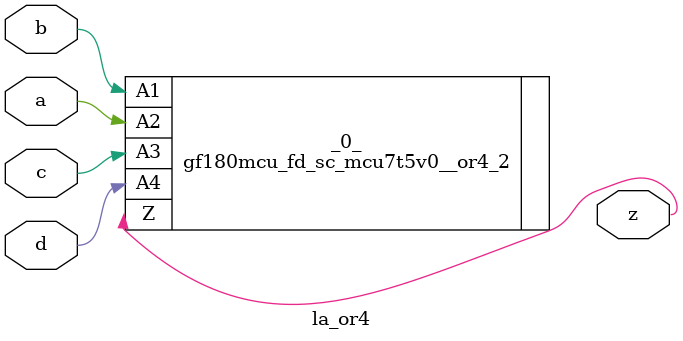
<source format=v>
/* Generated by Yosys 0.37 (git sha1 a5c7f69ed, clang 14.0.0-1ubuntu1.1 -fPIC -Os) */

module la_or4(a, b, c, d, z);
  input a;
  wire a;
  input b;
  wire b;
  input c;
  wire c;
  input d;
  wire d;
  output z;
  wire z;
  gf180mcu_fd_sc_mcu7t5v0__or4_2 _0_ (
    .A1(b),
    .A2(a),
    .A3(c),
    .A4(d),
    .Z(z)
  );
endmodule

</source>
